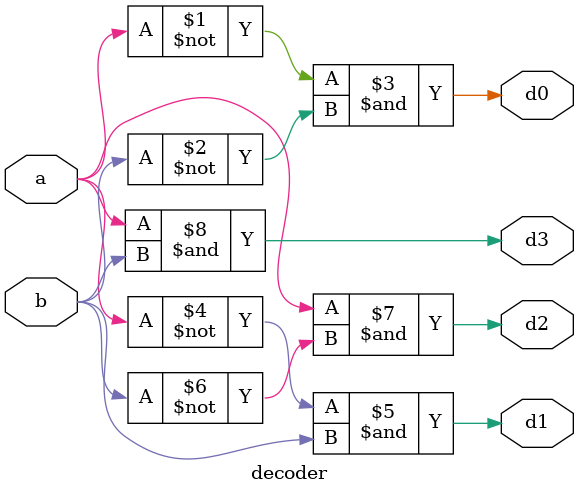
<source format=v>
module decoder(a,b,d0,d1,d2,d3);
  output d0,d1,d2,d3;
  input a,b;
  assign d0 = ~a & ~b;
  assign d1 = ~a &  b;
  assign d2 =  a & ~b;
  assign d3 =  a &  b;
endmodule
</source>
